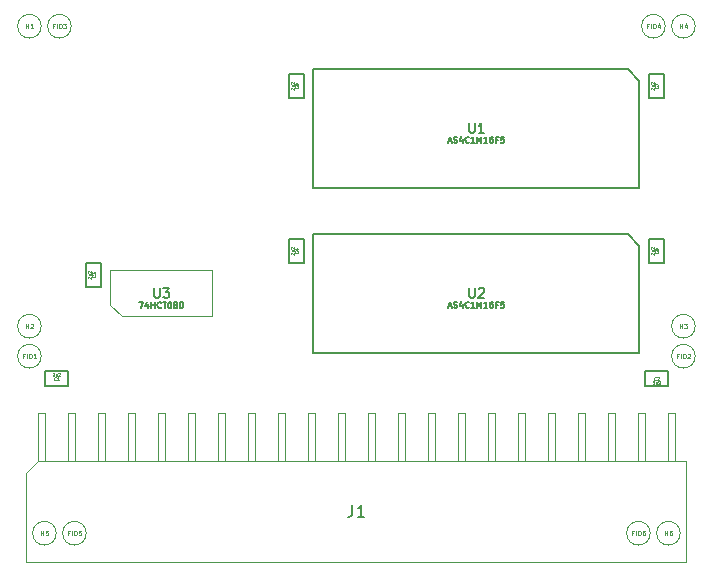
<source format=gbr>
G04 #@! TF.GenerationSoftware,KiCad,Pcbnew,(5.1.10-1-10_14)*
G04 #@! TF.CreationDate,2021-11-16T23:45:20-05:00*
G04 #@! TF.ProjectId,MacClassicRAMCard,4d616343-6c61-4737-9369-6352414d4361,rev?*
G04 #@! TF.SameCoordinates,Original*
G04 #@! TF.FileFunction,Other,Fab,Top*
%FSLAX46Y46*%
G04 Gerber Fmt 4.6, Leading zero omitted, Abs format (unit mm)*
G04 Created by KiCad (PCBNEW (5.1.10-1-10_14)) date 2021-11-16 23:45:20*
%MOMM*%
%LPD*%
G01*
G04 APERTURE LIST*
%ADD10C,0.100000*%
%ADD11C,0.150000*%
%ADD12C,0.063500*%
%ADD13C,0.203200*%
%ADD14C,0.127000*%
G04 APERTURE END LIST*
D10*
X92710000Y-128220000D02*
X92710000Y-135760000D01*
X147620000Y-123190000D02*
X147020000Y-123190000D01*
X147620000Y-127250000D02*
X147620000Y-123190000D01*
X147020000Y-123190000D02*
X147020000Y-127250000D01*
X145080000Y-123190000D02*
X144480000Y-123190000D01*
X145080000Y-127250000D02*
X145080000Y-123190000D01*
X144480000Y-123190000D02*
X144480000Y-127250000D01*
X142540000Y-123190000D02*
X141940000Y-123190000D01*
X142540000Y-127250000D02*
X142540000Y-123190000D01*
X141940000Y-123190000D02*
X141940000Y-127250000D01*
X140000000Y-123190000D02*
X139400000Y-123190000D01*
X140000000Y-127250000D02*
X140000000Y-123190000D01*
X139400000Y-123190000D02*
X139400000Y-127250000D01*
X137460000Y-123190000D02*
X136860000Y-123190000D01*
X137460000Y-127250000D02*
X137460000Y-123190000D01*
X136860000Y-123190000D02*
X136860000Y-127250000D01*
X134920000Y-123190000D02*
X134320000Y-123190000D01*
X134920000Y-127250000D02*
X134920000Y-123190000D01*
X134320000Y-123190000D02*
X134320000Y-127250000D01*
X132380000Y-123190000D02*
X131780000Y-123190000D01*
X132380000Y-127250000D02*
X132380000Y-123190000D01*
X131780000Y-123190000D02*
X131780000Y-127250000D01*
X129840000Y-123190000D02*
X129240000Y-123190000D01*
X129840000Y-127250000D02*
X129840000Y-123190000D01*
X129240000Y-123190000D02*
X129240000Y-127250000D01*
X127300000Y-123190000D02*
X126700000Y-123190000D01*
X127300000Y-127250000D02*
X127300000Y-123190000D01*
X126700000Y-123190000D02*
X126700000Y-127250000D01*
X124760000Y-123190000D02*
X124160000Y-123190000D01*
X124760000Y-127250000D02*
X124760000Y-123190000D01*
X124160000Y-123190000D02*
X124160000Y-127250000D01*
X122220000Y-123190000D02*
X121620000Y-123190000D01*
X122220000Y-127250000D02*
X122220000Y-123190000D01*
X121620000Y-123190000D02*
X121620000Y-127250000D01*
X119680000Y-123190000D02*
X119080000Y-123190000D01*
X119680000Y-127250000D02*
X119680000Y-123190000D01*
X119080000Y-123190000D02*
X119080000Y-127250000D01*
X117140000Y-123190000D02*
X116540000Y-123190000D01*
X117140000Y-127250000D02*
X117140000Y-123190000D01*
X116540000Y-123190000D02*
X116540000Y-127250000D01*
X114600000Y-123190000D02*
X114000000Y-123190000D01*
X114600000Y-127250000D02*
X114600000Y-123190000D01*
X114000000Y-123190000D02*
X114000000Y-127250000D01*
X112060000Y-123190000D02*
X111460000Y-123190000D01*
X112060000Y-127250000D02*
X112060000Y-123190000D01*
X111460000Y-123190000D02*
X111460000Y-127250000D01*
X109520000Y-123190000D02*
X108920000Y-123190000D01*
X109520000Y-127250000D02*
X109520000Y-123190000D01*
X108920000Y-123190000D02*
X108920000Y-127250000D01*
X106980000Y-123190000D02*
X106380000Y-123190000D01*
X106980000Y-127250000D02*
X106980000Y-123190000D01*
X106380000Y-123190000D02*
X106380000Y-127250000D01*
X104440000Y-123190000D02*
X103840000Y-123190000D01*
X104440000Y-127250000D02*
X104440000Y-123190000D01*
X103840000Y-123190000D02*
X103840000Y-127250000D01*
X101900000Y-123190000D02*
X101300000Y-123190000D01*
X101900000Y-127250000D02*
X101900000Y-123190000D01*
X101300000Y-123190000D02*
X101300000Y-127250000D01*
X99360000Y-123190000D02*
X98760000Y-123190000D01*
X99360000Y-127250000D02*
X99360000Y-123190000D01*
X98760000Y-123190000D02*
X98760000Y-127250000D01*
X96820000Y-123190000D02*
X96220000Y-123190000D01*
X96820000Y-127250000D02*
X96820000Y-123190000D01*
X96220000Y-123190000D02*
X96220000Y-127250000D01*
X94280000Y-123190000D02*
X93680000Y-123190000D01*
X94280000Y-127250000D02*
X94280000Y-123190000D01*
X93680000Y-123190000D02*
X93680000Y-127250000D01*
X148590000Y-135760000D02*
X92710000Y-135760000D01*
X148590000Y-127250000D02*
X148590000Y-135760000D01*
X93680000Y-127250000D02*
X148590000Y-127250000D01*
X92710000Y-128220000D02*
X93680000Y-127250000D01*
X149336000Y-118364000D02*
G75*
G03*
X149336000Y-118364000I-1000000J0D01*
G01*
X93964000Y-118364000D02*
G75*
G03*
X93964000Y-118364000I-1000000J0D01*
G01*
X145526000Y-133350000D02*
G75*
G03*
X145526000Y-133350000I-1000000J0D01*
G01*
X95234000Y-133350000D02*
G75*
G03*
X95234000Y-133350000I-1000000J0D01*
G01*
X148066000Y-133350000D02*
G75*
G03*
X148066000Y-133350000I-1000000J0D01*
G01*
X97774000Y-133350000D02*
G75*
G03*
X97774000Y-133350000I-1000000J0D01*
G01*
D11*
X114945000Y-108435000D02*
X116195000Y-108435000D01*
X116195000Y-108435000D02*
X116195000Y-110435000D01*
X116195000Y-110435000D02*
X114945000Y-110435000D01*
X114945000Y-110435000D02*
X114945000Y-108435000D01*
X145050000Y-120894000D02*
X145050000Y-119644000D01*
X145050000Y-119644000D02*
X147050000Y-119644000D01*
X147050000Y-119644000D02*
X147050000Y-120894000D01*
X147050000Y-120894000D02*
X145050000Y-120894000D01*
D10*
X93964000Y-90424000D02*
G75*
G03*
X93964000Y-90424000I-1000000J0D01*
G01*
X96504000Y-90424000D02*
G75*
G03*
X96504000Y-90424000I-1000000J0D01*
G01*
X146796000Y-90424000D02*
G75*
G03*
X146796000Y-90424000I-1000000J0D01*
G01*
X93964000Y-115824000D02*
G75*
G03*
X93964000Y-115824000I-1000000J0D01*
G01*
X149336000Y-115824000D02*
G75*
G03*
X149336000Y-115824000I-1000000J0D01*
G01*
X149336000Y-90424000D02*
G75*
G03*
X149336000Y-90424000I-1000000J0D01*
G01*
D11*
X145425000Y-94465000D02*
X146675000Y-94465000D01*
X146675000Y-94465000D02*
X146675000Y-96465000D01*
X146675000Y-96465000D02*
X145425000Y-96465000D01*
X145425000Y-96465000D02*
X145425000Y-94465000D01*
X114945000Y-94465000D02*
X116195000Y-94465000D01*
X116195000Y-94465000D02*
X116195000Y-96465000D01*
X116195000Y-96465000D02*
X114945000Y-96465000D01*
X114945000Y-96465000D02*
X114945000Y-94465000D01*
X145425000Y-110435000D02*
X145425000Y-108435000D01*
X146675000Y-110435000D02*
X145425000Y-110435000D01*
X146675000Y-108435000D02*
X146675000Y-110435000D01*
X145425000Y-108435000D02*
X146675000Y-108435000D01*
X97800000Y-112467000D02*
X97800000Y-110467000D01*
X99050000Y-112467000D02*
X97800000Y-112467000D01*
X99050000Y-110467000D02*
X99050000Y-112467000D01*
X97800000Y-110467000D02*
X99050000Y-110467000D01*
D10*
X100800000Y-114980000D02*
X99825000Y-114005000D01*
X108455000Y-114980000D02*
X100800000Y-114980000D01*
X108455000Y-111080000D02*
X108455000Y-114980000D01*
X99825000Y-111080000D02*
X108455000Y-111080000D01*
X99825000Y-114005000D02*
X99825000Y-111080000D01*
D11*
X94250000Y-119644000D02*
X96250000Y-119644000D01*
X94250000Y-120894000D02*
X94250000Y-119644000D01*
X96250000Y-120894000D02*
X94250000Y-120894000D01*
X96250000Y-119644000D02*
X96250000Y-120894000D01*
X143605000Y-94040000D02*
X144605000Y-95040000D01*
X143605000Y-94040000D02*
X117015000Y-94040000D01*
X117015000Y-104080000D02*
X117015000Y-94040000D01*
X144605000Y-104080000D02*
X117015000Y-104080000D01*
X144605000Y-95040000D02*
X144605000Y-104080000D01*
X144605000Y-109010000D02*
X144605000Y-118050000D01*
X144605000Y-118050000D02*
X117015000Y-118050000D01*
X117015000Y-118050000D02*
X117015000Y-108010000D01*
X143605000Y-108010000D02*
X117015000Y-108010000D01*
X143605000Y-108010000D02*
X144605000Y-109010000D01*
X120316666Y-130957380D02*
X120316666Y-131671666D01*
X120269047Y-131814523D01*
X120173809Y-131909761D01*
X120030952Y-131957380D01*
X119935714Y-131957380D01*
X121316666Y-131957380D02*
X120745238Y-131957380D01*
X121030952Y-131957380D02*
X121030952Y-130957380D01*
X120935714Y-131100238D01*
X120840476Y-131195476D01*
X120745238Y-131243095D01*
D10*
X147907428Y-118335428D02*
X147774095Y-118335428D01*
X147774095Y-118544952D02*
X147774095Y-118144952D01*
X147964571Y-118144952D01*
X148116952Y-118544952D02*
X148116952Y-118144952D01*
X148307428Y-118544952D02*
X148307428Y-118144952D01*
X148402666Y-118144952D01*
X148459809Y-118164000D01*
X148497904Y-118202095D01*
X148516952Y-118240190D01*
X148536000Y-118316380D01*
X148536000Y-118373523D01*
X148516952Y-118449714D01*
X148497904Y-118487809D01*
X148459809Y-118525904D01*
X148402666Y-118544952D01*
X148307428Y-118544952D01*
X148688380Y-118183047D02*
X148707428Y-118164000D01*
X148745523Y-118144952D01*
X148840761Y-118144952D01*
X148878857Y-118164000D01*
X148897904Y-118183047D01*
X148916952Y-118221142D01*
X148916952Y-118259238D01*
X148897904Y-118316380D01*
X148669333Y-118544952D01*
X148916952Y-118544952D01*
X92535428Y-118335428D02*
X92402095Y-118335428D01*
X92402095Y-118544952D02*
X92402095Y-118144952D01*
X92592571Y-118144952D01*
X92744952Y-118544952D02*
X92744952Y-118144952D01*
X92935428Y-118544952D02*
X92935428Y-118144952D01*
X93030666Y-118144952D01*
X93087809Y-118164000D01*
X93125904Y-118202095D01*
X93144952Y-118240190D01*
X93164000Y-118316380D01*
X93164000Y-118373523D01*
X93144952Y-118449714D01*
X93125904Y-118487809D01*
X93087809Y-118525904D01*
X93030666Y-118544952D01*
X92935428Y-118544952D01*
X93544952Y-118544952D02*
X93316380Y-118544952D01*
X93430666Y-118544952D02*
X93430666Y-118144952D01*
X93392571Y-118202095D01*
X93354476Y-118240190D01*
X93316380Y-118259238D01*
X144097428Y-133321428D02*
X143964095Y-133321428D01*
X143964095Y-133530952D02*
X143964095Y-133130952D01*
X144154571Y-133130952D01*
X144306952Y-133530952D02*
X144306952Y-133130952D01*
X144497428Y-133530952D02*
X144497428Y-133130952D01*
X144592666Y-133130952D01*
X144649809Y-133150000D01*
X144687904Y-133188095D01*
X144706952Y-133226190D01*
X144726000Y-133302380D01*
X144726000Y-133359523D01*
X144706952Y-133435714D01*
X144687904Y-133473809D01*
X144649809Y-133511904D01*
X144592666Y-133530952D01*
X144497428Y-133530952D01*
X145068857Y-133130952D02*
X144992666Y-133130952D01*
X144954571Y-133150000D01*
X144935523Y-133169047D01*
X144897428Y-133226190D01*
X144878380Y-133302380D01*
X144878380Y-133454761D01*
X144897428Y-133492857D01*
X144916476Y-133511904D01*
X144954571Y-133530952D01*
X145030761Y-133530952D01*
X145068857Y-133511904D01*
X145087904Y-133492857D01*
X145106952Y-133454761D01*
X145106952Y-133359523D01*
X145087904Y-133321428D01*
X145068857Y-133302380D01*
X145030761Y-133283333D01*
X144954571Y-133283333D01*
X144916476Y-133302380D01*
X144897428Y-133321428D01*
X144878380Y-133359523D01*
X93929238Y-133530952D02*
X93929238Y-133130952D01*
X93929238Y-133321428D02*
X94157809Y-133321428D01*
X94157809Y-133530952D02*
X94157809Y-133130952D01*
X94538761Y-133130952D02*
X94348285Y-133130952D01*
X94329238Y-133321428D01*
X94348285Y-133302380D01*
X94386380Y-133283333D01*
X94481619Y-133283333D01*
X94519714Y-133302380D01*
X94538761Y-133321428D01*
X94557809Y-133359523D01*
X94557809Y-133454761D01*
X94538761Y-133492857D01*
X94519714Y-133511904D01*
X94481619Y-133530952D01*
X94386380Y-133530952D01*
X94348285Y-133511904D01*
X94329238Y-133492857D01*
X146761238Y-133530952D02*
X146761238Y-133130952D01*
X146761238Y-133321428D02*
X146989809Y-133321428D01*
X146989809Y-133530952D02*
X146989809Y-133130952D01*
X147351714Y-133130952D02*
X147275523Y-133130952D01*
X147237428Y-133150000D01*
X147218380Y-133169047D01*
X147180285Y-133226190D01*
X147161238Y-133302380D01*
X147161238Y-133454761D01*
X147180285Y-133492857D01*
X147199333Y-133511904D01*
X147237428Y-133530952D01*
X147313619Y-133530952D01*
X147351714Y-133511904D01*
X147370761Y-133492857D01*
X147389809Y-133454761D01*
X147389809Y-133359523D01*
X147370761Y-133321428D01*
X147351714Y-133302380D01*
X147313619Y-133283333D01*
X147237428Y-133283333D01*
X147199333Y-133302380D01*
X147180285Y-133321428D01*
X147161238Y-133359523D01*
X96345428Y-133321428D02*
X96212095Y-133321428D01*
X96212095Y-133530952D02*
X96212095Y-133130952D01*
X96402571Y-133130952D01*
X96554952Y-133530952D02*
X96554952Y-133130952D01*
X96745428Y-133530952D02*
X96745428Y-133130952D01*
X96840666Y-133130952D01*
X96897809Y-133150000D01*
X96935904Y-133188095D01*
X96954952Y-133226190D01*
X96974000Y-133302380D01*
X96974000Y-133359523D01*
X96954952Y-133435714D01*
X96935904Y-133473809D01*
X96897809Y-133511904D01*
X96840666Y-133530952D01*
X96745428Y-133530952D01*
X97335904Y-133130952D02*
X97145428Y-133130952D01*
X97126380Y-133321428D01*
X97145428Y-133302380D01*
X97183523Y-133283333D01*
X97278761Y-133283333D01*
X97316857Y-133302380D01*
X97335904Y-133321428D01*
X97354952Y-133359523D01*
X97354952Y-133454761D01*
X97335904Y-133492857D01*
X97316857Y-133511904D01*
X97278761Y-133530952D01*
X97183523Y-133530952D01*
X97145428Y-133511904D01*
X97126380Y-133492857D01*
D12*
X115660714Y-109477333D02*
X115672809Y-109489428D01*
X115684904Y-109525714D01*
X115684904Y-109549904D01*
X115672809Y-109586190D01*
X115648619Y-109610380D01*
X115624428Y-109622476D01*
X115576047Y-109634571D01*
X115539761Y-109634571D01*
X115491380Y-109622476D01*
X115467190Y-109610380D01*
X115443000Y-109586190D01*
X115430904Y-109549904D01*
X115430904Y-109525714D01*
X115443000Y-109489428D01*
X115455095Y-109477333D01*
X115515571Y-109259619D02*
X115684904Y-109259619D01*
X115418809Y-109320095D02*
X115600238Y-109380571D01*
X115600238Y-109223333D01*
X115105095Y-109743428D02*
X115093000Y-109731333D01*
X115080904Y-109707142D01*
X115080904Y-109646666D01*
X115093000Y-109622476D01*
X115105095Y-109610380D01*
X115129285Y-109598285D01*
X115153476Y-109598285D01*
X115189761Y-109610380D01*
X115334904Y-109755523D01*
X115334904Y-109598285D01*
X115165571Y-109380571D02*
X115334904Y-109380571D01*
X115165571Y-109489428D02*
X115298619Y-109489428D01*
X115322809Y-109477333D01*
X115334904Y-109453142D01*
X115334904Y-109416857D01*
X115322809Y-109392666D01*
X115310714Y-109380571D01*
X115105095Y-109271714D02*
X115093000Y-109259619D01*
X115080904Y-109235428D01*
X115080904Y-109174952D01*
X115093000Y-109150761D01*
X115105095Y-109138666D01*
X115129285Y-109126571D01*
X115153476Y-109126571D01*
X115189761Y-109138666D01*
X115334904Y-109283809D01*
X115334904Y-109126571D01*
X146007666Y-120359714D02*
X145995571Y-120371809D01*
X145959285Y-120383904D01*
X145935095Y-120383904D01*
X145898809Y-120371809D01*
X145874619Y-120347619D01*
X145862523Y-120323428D01*
X145850428Y-120275047D01*
X145850428Y-120238761D01*
X145862523Y-120190380D01*
X145874619Y-120166190D01*
X145898809Y-120142000D01*
X145935095Y-120129904D01*
X145959285Y-120129904D01*
X145995571Y-120142000D01*
X146007666Y-120154095D01*
X146104428Y-120154095D02*
X146116523Y-120142000D01*
X146140714Y-120129904D01*
X146201190Y-120129904D01*
X146225380Y-120142000D01*
X146237476Y-120154095D01*
X146249571Y-120178285D01*
X146249571Y-120202476D01*
X146237476Y-120238761D01*
X146092333Y-120383904D01*
X146249571Y-120383904D01*
X145741571Y-120504095D02*
X145753666Y-120492000D01*
X145777857Y-120479904D01*
X145838333Y-120479904D01*
X145862523Y-120492000D01*
X145874619Y-120504095D01*
X145886714Y-120528285D01*
X145886714Y-120552476D01*
X145874619Y-120588761D01*
X145729476Y-120733904D01*
X145886714Y-120733904D01*
X146104428Y-120564571D02*
X146104428Y-120733904D01*
X145995571Y-120564571D02*
X145995571Y-120697619D01*
X146007666Y-120721809D01*
X146031857Y-120733904D01*
X146068142Y-120733904D01*
X146092333Y-120721809D01*
X146104428Y-120709714D01*
X146213285Y-120504095D02*
X146225380Y-120492000D01*
X146249571Y-120479904D01*
X146310047Y-120479904D01*
X146334238Y-120492000D01*
X146346333Y-120504095D01*
X146358428Y-120528285D01*
X146358428Y-120552476D01*
X146346333Y-120588761D01*
X146201190Y-120733904D01*
X146358428Y-120733904D01*
D10*
X92659238Y-90604952D02*
X92659238Y-90204952D01*
X92659238Y-90395428D02*
X92887809Y-90395428D01*
X92887809Y-90604952D02*
X92887809Y-90204952D01*
X93287809Y-90604952D02*
X93059238Y-90604952D01*
X93173523Y-90604952D02*
X93173523Y-90204952D01*
X93135428Y-90262095D01*
X93097333Y-90300190D01*
X93059238Y-90319238D01*
X95075428Y-90395428D02*
X94942095Y-90395428D01*
X94942095Y-90604952D02*
X94942095Y-90204952D01*
X95132571Y-90204952D01*
X95284952Y-90604952D02*
X95284952Y-90204952D01*
X95475428Y-90604952D02*
X95475428Y-90204952D01*
X95570666Y-90204952D01*
X95627809Y-90224000D01*
X95665904Y-90262095D01*
X95684952Y-90300190D01*
X95704000Y-90376380D01*
X95704000Y-90433523D01*
X95684952Y-90509714D01*
X95665904Y-90547809D01*
X95627809Y-90585904D01*
X95570666Y-90604952D01*
X95475428Y-90604952D01*
X95837333Y-90204952D02*
X96084952Y-90204952D01*
X95951619Y-90357333D01*
X96008761Y-90357333D01*
X96046857Y-90376380D01*
X96065904Y-90395428D01*
X96084952Y-90433523D01*
X96084952Y-90528761D01*
X96065904Y-90566857D01*
X96046857Y-90585904D01*
X96008761Y-90604952D01*
X95894476Y-90604952D01*
X95856380Y-90585904D01*
X95837333Y-90566857D01*
X145367428Y-90395428D02*
X145234095Y-90395428D01*
X145234095Y-90604952D02*
X145234095Y-90204952D01*
X145424571Y-90204952D01*
X145576952Y-90604952D02*
X145576952Y-90204952D01*
X145767428Y-90604952D02*
X145767428Y-90204952D01*
X145862666Y-90204952D01*
X145919809Y-90224000D01*
X145957904Y-90262095D01*
X145976952Y-90300190D01*
X145996000Y-90376380D01*
X145996000Y-90433523D01*
X145976952Y-90509714D01*
X145957904Y-90547809D01*
X145919809Y-90585904D01*
X145862666Y-90604952D01*
X145767428Y-90604952D01*
X146338857Y-90338285D02*
X146338857Y-90604952D01*
X146243619Y-90185904D02*
X146148380Y-90471619D01*
X146396000Y-90471619D01*
X92659238Y-116004952D02*
X92659238Y-115604952D01*
X92659238Y-115795428D02*
X92887809Y-115795428D01*
X92887809Y-116004952D02*
X92887809Y-115604952D01*
X93059238Y-115643047D02*
X93078285Y-115624000D01*
X93116380Y-115604952D01*
X93211619Y-115604952D01*
X93249714Y-115624000D01*
X93268761Y-115643047D01*
X93287809Y-115681142D01*
X93287809Y-115719238D01*
X93268761Y-115776380D01*
X93040190Y-116004952D01*
X93287809Y-116004952D01*
X148031238Y-116004952D02*
X148031238Y-115604952D01*
X148031238Y-115795428D02*
X148259809Y-115795428D01*
X148259809Y-116004952D02*
X148259809Y-115604952D01*
X148412190Y-115604952D02*
X148659809Y-115604952D01*
X148526476Y-115757333D01*
X148583619Y-115757333D01*
X148621714Y-115776380D01*
X148640761Y-115795428D01*
X148659809Y-115833523D01*
X148659809Y-115928761D01*
X148640761Y-115966857D01*
X148621714Y-115985904D01*
X148583619Y-116004952D01*
X148469333Y-116004952D01*
X148431238Y-115985904D01*
X148412190Y-115966857D01*
X148031238Y-90604952D02*
X148031238Y-90204952D01*
X148031238Y-90395428D02*
X148259809Y-90395428D01*
X148259809Y-90604952D02*
X148259809Y-90204952D01*
X148621714Y-90338285D02*
X148621714Y-90604952D01*
X148526476Y-90185904D02*
X148431238Y-90471619D01*
X148678857Y-90471619D01*
D12*
X146140714Y-95507333D02*
X146152809Y-95519428D01*
X146164904Y-95555714D01*
X146164904Y-95579904D01*
X146152809Y-95616190D01*
X146128619Y-95640380D01*
X146104428Y-95652476D01*
X146056047Y-95664571D01*
X146019761Y-95664571D01*
X145971380Y-95652476D01*
X145947190Y-95640380D01*
X145923000Y-95616190D01*
X145910904Y-95579904D01*
X145910904Y-95555714D01*
X145923000Y-95519428D01*
X145935095Y-95507333D01*
X145910904Y-95422666D02*
X145910904Y-95253333D01*
X146164904Y-95362190D01*
X145585095Y-95773428D02*
X145573000Y-95761333D01*
X145560904Y-95737142D01*
X145560904Y-95676666D01*
X145573000Y-95652476D01*
X145585095Y-95640380D01*
X145609285Y-95628285D01*
X145633476Y-95628285D01*
X145669761Y-95640380D01*
X145814904Y-95785523D01*
X145814904Y-95628285D01*
X145645571Y-95410571D02*
X145814904Y-95410571D01*
X145645571Y-95519428D02*
X145778619Y-95519428D01*
X145802809Y-95507333D01*
X145814904Y-95483142D01*
X145814904Y-95446857D01*
X145802809Y-95422666D01*
X145790714Y-95410571D01*
X145585095Y-95301714D02*
X145573000Y-95289619D01*
X145560904Y-95265428D01*
X145560904Y-95204952D01*
X145573000Y-95180761D01*
X145585095Y-95168666D01*
X145609285Y-95156571D01*
X145633476Y-95156571D01*
X145669761Y-95168666D01*
X145814904Y-95313809D01*
X145814904Y-95156571D01*
X115660714Y-95507333D02*
X115672809Y-95519428D01*
X115684904Y-95555714D01*
X115684904Y-95579904D01*
X115672809Y-95616190D01*
X115648619Y-95640380D01*
X115624428Y-95652476D01*
X115576047Y-95664571D01*
X115539761Y-95664571D01*
X115491380Y-95652476D01*
X115467190Y-95640380D01*
X115443000Y-95616190D01*
X115430904Y-95579904D01*
X115430904Y-95555714D01*
X115443000Y-95519428D01*
X115455095Y-95507333D01*
X115430904Y-95289619D02*
X115430904Y-95338000D01*
X115443000Y-95362190D01*
X115455095Y-95374285D01*
X115491380Y-95398476D01*
X115539761Y-95410571D01*
X115636523Y-95410571D01*
X115660714Y-95398476D01*
X115672809Y-95386380D01*
X115684904Y-95362190D01*
X115684904Y-95313809D01*
X115672809Y-95289619D01*
X115660714Y-95277523D01*
X115636523Y-95265428D01*
X115576047Y-95265428D01*
X115551857Y-95277523D01*
X115539761Y-95289619D01*
X115527666Y-95313809D01*
X115527666Y-95362190D01*
X115539761Y-95386380D01*
X115551857Y-95398476D01*
X115576047Y-95410571D01*
X115105095Y-95773428D02*
X115093000Y-95761333D01*
X115080904Y-95737142D01*
X115080904Y-95676666D01*
X115093000Y-95652476D01*
X115105095Y-95640380D01*
X115129285Y-95628285D01*
X115153476Y-95628285D01*
X115189761Y-95640380D01*
X115334904Y-95785523D01*
X115334904Y-95628285D01*
X115165571Y-95410571D02*
X115334904Y-95410571D01*
X115165571Y-95519428D02*
X115298619Y-95519428D01*
X115322809Y-95507333D01*
X115334904Y-95483142D01*
X115334904Y-95446857D01*
X115322809Y-95422666D01*
X115310714Y-95410571D01*
X115105095Y-95301714D02*
X115093000Y-95289619D01*
X115080904Y-95265428D01*
X115080904Y-95204952D01*
X115093000Y-95180761D01*
X115105095Y-95168666D01*
X115129285Y-95156571D01*
X115153476Y-95156571D01*
X115189761Y-95168666D01*
X115334904Y-95313809D01*
X115334904Y-95156571D01*
X146140714Y-109477333D02*
X146152809Y-109489428D01*
X146164904Y-109525714D01*
X146164904Y-109549904D01*
X146152809Y-109586190D01*
X146128619Y-109610380D01*
X146104428Y-109622476D01*
X146056047Y-109634571D01*
X146019761Y-109634571D01*
X145971380Y-109622476D01*
X145947190Y-109610380D01*
X145923000Y-109586190D01*
X145910904Y-109549904D01*
X145910904Y-109525714D01*
X145923000Y-109489428D01*
X145935095Y-109477333D01*
X145910904Y-109247523D02*
X145910904Y-109368476D01*
X146031857Y-109380571D01*
X146019761Y-109368476D01*
X146007666Y-109344285D01*
X146007666Y-109283809D01*
X146019761Y-109259619D01*
X146031857Y-109247523D01*
X146056047Y-109235428D01*
X146116523Y-109235428D01*
X146140714Y-109247523D01*
X146152809Y-109259619D01*
X146164904Y-109283809D01*
X146164904Y-109344285D01*
X146152809Y-109368476D01*
X146140714Y-109380571D01*
X145585095Y-109743428D02*
X145573000Y-109731333D01*
X145560904Y-109707142D01*
X145560904Y-109646666D01*
X145573000Y-109622476D01*
X145585095Y-109610380D01*
X145609285Y-109598285D01*
X145633476Y-109598285D01*
X145669761Y-109610380D01*
X145814904Y-109755523D01*
X145814904Y-109598285D01*
X145645571Y-109380571D02*
X145814904Y-109380571D01*
X145645571Y-109489428D02*
X145778619Y-109489428D01*
X145802809Y-109477333D01*
X145814904Y-109453142D01*
X145814904Y-109416857D01*
X145802809Y-109392666D01*
X145790714Y-109380571D01*
X145585095Y-109271714D02*
X145573000Y-109259619D01*
X145560904Y-109235428D01*
X145560904Y-109174952D01*
X145573000Y-109150761D01*
X145585095Y-109138666D01*
X145609285Y-109126571D01*
X145633476Y-109126571D01*
X145669761Y-109138666D01*
X145814904Y-109283809D01*
X145814904Y-109126571D01*
X98515714Y-111509333D02*
X98527809Y-111521428D01*
X98539904Y-111557714D01*
X98539904Y-111581904D01*
X98527809Y-111618190D01*
X98503619Y-111642380D01*
X98479428Y-111654476D01*
X98431047Y-111666571D01*
X98394761Y-111666571D01*
X98346380Y-111654476D01*
X98322190Y-111642380D01*
X98298000Y-111618190D01*
X98285904Y-111581904D01*
X98285904Y-111557714D01*
X98298000Y-111521428D01*
X98310095Y-111509333D01*
X98285904Y-111424666D02*
X98285904Y-111267428D01*
X98382666Y-111352095D01*
X98382666Y-111315809D01*
X98394761Y-111291619D01*
X98406857Y-111279523D01*
X98431047Y-111267428D01*
X98491523Y-111267428D01*
X98515714Y-111279523D01*
X98527809Y-111291619D01*
X98539904Y-111315809D01*
X98539904Y-111388380D01*
X98527809Y-111412571D01*
X98515714Y-111424666D01*
X97960095Y-111775428D02*
X97948000Y-111763333D01*
X97935904Y-111739142D01*
X97935904Y-111678666D01*
X97948000Y-111654476D01*
X97960095Y-111642380D01*
X97984285Y-111630285D01*
X98008476Y-111630285D01*
X98044761Y-111642380D01*
X98189904Y-111787523D01*
X98189904Y-111630285D01*
X98020571Y-111412571D02*
X98189904Y-111412571D01*
X98020571Y-111521428D02*
X98153619Y-111521428D01*
X98177809Y-111509333D01*
X98189904Y-111485142D01*
X98189904Y-111448857D01*
X98177809Y-111424666D01*
X98165714Y-111412571D01*
X97960095Y-111303714D02*
X97948000Y-111291619D01*
X97935904Y-111267428D01*
X97935904Y-111206952D01*
X97948000Y-111182761D01*
X97960095Y-111170666D01*
X97984285Y-111158571D01*
X98008476Y-111158571D01*
X98044761Y-111170666D01*
X98189904Y-111315809D01*
X98189904Y-111158571D01*
D13*
X103520723Y-112584895D02*
X103520723Y-113242876D01*
X103559428Y-113320285D01*
X103598133Y-113358990D01*
X103675542Y-113397695D01*
X103830361Y-113397695D01*
X103907771Y-113358990D01*
X103946476Y-113320285D01*
X103985180Y-113242876D01*
X103985180Y-112584895D01*
X104294819Y-112584895D02*
X104797980Y-112584895D01*
X104527047Y-112894533D01*
X104643161Y-112894533D01*
X104720571Y-112933238D01*
X104759276Y-112971942D01*
X104797980Y-113049352D01*
X104797980Y-113242876D01*
X104759276Y-113320285D01*
X104720571Y-113358990D01*
X104643161Y-113397695D01*
X104410933Y-113397695D01*
X104333523Y-113358990D01*
X104294819Y-113320285D01*
D14*
X102277333Y-113767809D02*
X102616000Y-113767809D01*
X102398285Y-114275809D01*
X103027238Y-113937142D02*
X103027238Y-114275809D01*
X102906285Y-113743619D02*
X102785333Y-114106476D01*
X103099809Y-114106476D01*
X103293333Y-114275809D02*
X103293333Y-113767809D01*
X103293333Y-114009714D02*
X103583619Y-114009714D01*
X103583619Y-114275809D02*
X103583619Y-113767809D01*
X104115809Y-114227428D02*
X104091619Y-114251619D01*
X104019047Y-114275809D01*
X103970666Y-114275809D01*
X103898095Y-114251619D01*
X103849714Y-114203238D01*
X103825523Y-114154857D01*
X103801333Y-114058095D01*
X103801333Y-113985523D01*
X103825523Y-113888761D01*
X103849714Y-113840380D01*
X103898095Y-113792000D01*
X103970666Y-113767809D01*
X104019047Y-113767809D01*
X104091619Y-113792000D01*
X104115809Y-113816190D01*
X104260952Y-113767809D02*
X104551238Y-113767809D01*
X104406095Y-114275809D02*
X104406095Y-113767809D01*
X104817333Y-113767809D02*
X104865714Y-113767809D01*
X104914095Y-113792000D01*
X104938285Y-113816190D01*
X104962476Y-113864571D01*
X104986666Y-113961333D01*
X104986666Y-114082285D01*
X104962476Y-114179047D01*
X104938285Y-114227428D01*
X104914095Y-114251619D01*
X104865714Y-114275809D01*
X104817333Y-114275809D01*
X104768952Y-114251619D01*
X104744761Y-114227428D01*
X104720571Y-114179047D01*
X104696380Y-114082285D01*
X104696380Y-113961333D01*
X104720571Y-113864571D01*
X104744761Y-113816190D01*
X104768952Y-113792000D01*
X104817333Y-113767809D01*
X105276952Y-113985523D02*
X105228571Y-113961333D01*
X105204380Y-113937142D01*
X105180190Y-113888761D01*
X105180190Y-113864571D01*
X105204380Y-113816190D01*
X105228571Y-113792000D01*
X105276952Y-113767809D01*
X105373714Y-113767809D01*
X105422095Y-113792000D01*
X105446285Y-113816190D01*
X105470476Y-113864571D01*
X105470476Y-113888761D01*
X105446285Y-113937142D01*
X105422095Y-113961333D01*
X105373714Y-113985523D01*
X105276952Y-113985523D01*
X105228571Y-114009714D01*
X105204380Y-114033904D01*
X105180190Y-114082285D01*
X105180190Y-114179047D01*
X105204380Y-114227428D01*
X105228571Y-114251619D01*
X105276952Y-114275809D01*
X105373714Y-114275809D01*
X105422095Y-114251619D01*
X105446285Y-114227428D01*
X105470476Y-114179047D01*
X105470476Y-114082285D01*
X105446285Y-114033904D01*
X105422095Y-114009714D01*
X105373714Y-113985523D01*
X105688190Y-114275809D02*
X105688190Y-113767809D01*
X105809142Y-113767809D01*
X105881714Y-113792000D01*
X105930095Y-113840380D01*
X105954285Y-113888761D01*
X105978476Y-113985523D01*
X105978476Y-114058095D01*
X105954285Y-114154857D01*
X105930095Y-114203238D01*
X105881714Y-114251619D01*
X105809142Y-114275809D01*
X105688190Y-114275809D01*
D12*
X95207666Y-120359714D02*
X95195571Y-120371809D01*
X95159285Y-120383904D01*
X95135095Y-120383904D01*
X95098809Y-120371809D01*
X95074619Y-120347619D01*
X95062523Y-120323428D01*
X95050428Y-120275047D01*
X95050428Y-120238761D01*
X95062523Y-120190380D01*
X95074619Y-120166190D01*
X95098809Y-120142000D01*
X95135095Y-120129904D01*
X95159285Y-120129904D01*
X95195571Y-120142000D01*
X95207666Y-120154095D01*
X95449571Y-120383904D02*
X95304428Y-120383904D01*
X95377000Y-120383904D02*
X95377000Y-120129904D01*
X95352809Y-120166190D01*
X95328619Y-120190380D01*
X95304428Y-120202476D01*
X94941571Y-119804095D02*
X94953666Y-119792000D01*
X94977857Y-119779904D01*
X95038333Y-119779904D01*
X95062523Y-119792000D01*
X95074619Y-119804095D01*
X95086714Y-119828285D01*
X95086714Y-119852476D01*
X95074619Y-119888761D01*
X94929476Y-120033904D01*
X95086714Y-120033904D01*
X95304428Y-119864571D02*
X95304428Y-120033904D01*
X95195571Y-119864571D02*
X95195571Y-119997619D01*
X95207666Y-120021809D01*
X95231857Y-120033904D01*
X95268142Y-120033904D01*
X95292333Y-120021809D01*
X95304428Y-120009714D01*
X95413285Y-119804095D02*
X95425380Y-119792000D01*
X95449571Y-119779904D01*
X95510047Y-119779904D01*
X95534238Y-119792000D01*
X95546333Y-119804095D01*
X95558428Y-119828285D01*
X95558428Y-119852476D01*
X95546333Y-119888761D01*
X95401190Y-120033904D01*
X95558428Y-120033904D01*
D13*
X130190723Y-98614895D02*
X130190723Y-99272876D01*
X130229428Y-99350285D01*
X130268133Y-99388990D01*
X130345542Y-99427695D01*
X130500361Y-99427695D01*
X130577771Y-99388990D01*
X130616476Y-99350285D01*
X130655180Y-99272876D01*
X130655180Y-98614895D01*
X131467980Y-99427695D02*
X131003523Y-99427695D01*
X131235752Y-99427695D02*
X131235752Y-98614895D01*
X131158342Y-98731009D01*
X131080933Y-98808419D01*
X131003523Y-98847123D01*
D14*
X128475619Y-100144666D02*
X128717523Y-100144666D01*
X128427238Y-100289809D02*
X128596571Y-99781809D01*
X128765904Y-100289809D01*
X128911047Y-100265619D02*
X128983619Y-100289809D01*
X129104571Y-100289809D01*
X129152952Y-100265619D01*
X129177142Y-100241428D01*
X129201333Y-100193047D01*
X129201333Y-100144666D01*
X129177142Y-100096285D01*
X129152952Y-100072095D01*
X129104571Y-100047904D01*
X129007809Y-100023714D01*
X128959428Y-99999523D01*
X128935238Y-99975333D01*
X128911047Y-99926952D01*
X128911047Y-99878571D01*
X128935238Y-99830190D01*
X128959428Y-99806000D01*
X129007809Y-99781809D01*
X129128761Y-99781809D01*
X129201333Y-99806000D01*
X129636761Y-99951142D02*
X129636761Y-100289809D01*
X129515809Y-99757619D02*
X129394857Y-100120476D01*
X129709333Y-100120476D01*
X130193142Y-100241428D02*
X130168952Y-100265619D01*
X130096380Y-100289809D01*
X130048000Y-100289809D01*
X129975428Y-100265619D01*
X129927047Y-100217238D01*
X129902857Y-100168857D01*
X129878666Y-100072095D01*
X129878666Y-99999523D01*
X129902857Y-99902761D01*
X129927047Y-99854380D01*
X129975428Y-99806000D01*
X130048000Y-99781809D01*
X130096380Y-99781809D01*
X130168952Y-99806000D01*
X130193142Y-99830190D01*
X130676952Y-100289809D02*
X130386666Y-100289809D01*
X130531809Y-100289809D02*
X130531809Y-99781809D01*
X130483428Y-99854380D01*
X130435047Y-99902761D01*
X130386666Y-99926952D01*
X130894666Y-100289809D02*
X130894666Y-99781809D01*
X131064000Y-100144666D01*
X131233333Y-99781809D01*
X131233333Y-100289809D01*
X131741333Y-100289809D02*
X131451047Y-100289809D01*
X131596190Y-100289809D02*
X131596190Y-99781809D01*
X131547809Y-99854380D01*
X131499428Y-99902761D01*
X131451047Y-99926952D01*
X132176761Y-99781809D02*
X132080000Y-99781809D01*
X132031619Y-99806000D01*
X132007428Y-99830190D01*
X131959047Y-99902761D01*
X131934857Y-99999523D01*
X131934857Y-100193047D01*
X131959047Y-100241428D01*
X131983238Y-100265619D01*
X132031619Y-100289809D01*
X132128380Y-100289809D01*
X132176761Y-100265619D01*
X132200952Y-100241428D01*
X132225142Y-100193047D01*
X132225142Y-100072095D01*
X132200952Y-100023714D01*
X132176761Y-99999523D01*
X132128380Y-99975333D01*
X132031619Y-99975333D01*
X131983238Y-99999523D01*
X131959047Y-100023714D01*
X131934857Y-100072095D01*
X132612190Y-100023714D02*
X132442857Y-100023714D01*
X132442857Y-100289809D02*
X132442857Y-99781809D01*
X132684761Y-99781809D01*
X133120190Y-99781809D02*
X132878285Y-99781809D01*
X132854095Y-100023714D01*
X132878285Y-99999523D01*
X132926666Y-99975333D01*
X133047619Y-99975333D01*
X133096000Y-99999523D01*
X133120190Y-100023714D01*
X133144380Y-100072095D01*
X133144380Y-100193047D01*
X133120190Y-100241428D01*
X133096000Y-100265619D01*
X133047619Y-100289809D01*
X132926666Y-100289809D01*
X132878285Y-100265619D01*
X132854095Y-100241428D01*
D13*
X130190723Y-112584895D02*
X130190723Y-113242876D01*
X130229428Y-113320285D01*
X130268133Y-113358990D01*
X130345542Y-113397695D01*
X130500361Y-113397695D01*
X130577771Y-113358990D01*
X130616476Y-113320285D01*
X130655180Y-113242876D01*
X130655180Y-112584895D01*
X131003523Y-112662304D02*
X131042228Y-112623600D01*
X131119638Y-112584895D01*
X131313161Y-112584895D01*
X131390571Y-112623600D01*
X131429276Y-112662304D01*
X131467980Y-112739714D01*
X131467980Y-112817123D01*
X131429276Y-112933238D01*
X130964819Y-113397695D01*
X131467980Y-113397695D01*
D14*
X128475619Y-114114666D02*
X128717523Y-114114666D01*
X128427238Y-114259809D02*
X128596571Y-113751809D01*
X128765904Y-114259809D01*
X128911047Y-114235619D02*
X128983619Y-114259809D01*
X129104571Y-114259809D01*
X129152952Y-114235619D01*
X129177142Y-114211428D01*
X129201333Y-114163047D01*
X129201333Y-114114666D01*
X129177142Y-114066285D01*
X129152952Y-114042095D01*
X129104571Y-114017904D01*
X129007809Y-113993714D01*
X128959428Y-113969523D01*
X128935238Y-113945333D01*
X128911047Y-113896952D01*
X128911047Y-113848571D01*
X128935238Y-113800190D01*
X128959428Y-113776000D01*
X129007809Y-113751809D01*
X129128761Y-113751809D01*
X129201333Y-113776000D01*
X129636761Y-113921142D02*
X129636761Y-114259809D01*
X129515809Y-113727619D02*
X129394857Y-114090476D01*
X129709333Y-114090476D01*
X130193142Y-114211428D02*
X130168952Y-114235619D01*
X130096380Y-114259809D01*
X130048000Y-114259809D01*
X129975428Y-114235619D01*
X129927047Y-114187238D01*
X129902857Y-114138857D01*
X129878666Y-114042095D01*
X129878666Y-113969523D01*
X129902857Y-113872761D01*
X129927047Y-113824380D01*
X129975428Y-113776000D01*
X130048000Y-113751809D01*
X130096380Y-113751809D01*
X130168952Y-113776000D01*
X130193142Y-113800190D01*
X130676952Y-114259809D02*
X130386666Y-114259809D01*
X130531809Y-114259809D02*
X130531809Y-113751809D01*
X130483428Y-113824380D01*
X130435047Y-113872761D01*
X130386666Y-113896952D01*
X130894666Y-114259809D02*
X130894666Y-113751809D01*
X131064000Y-114114666D01*
X131233333Y-113751809D01*
X131233333Y-114259809D01*
X131741333Y-114259809D02*
X131451047Y-114259809D01*
X131596190Y-114259809D02*
X131596190Y-113751809D01*
X131547809Y-113824380D01*
X131499428Y-113872761D01*
X131451047Y-113896952D01*
X132176761Y-113751809D02*
X132080000Y-113751809D01*
X132031619Y-113776000D01*
X132007428Y-113800190D01*
X131959047Y-113872761D01*
X131934857Y-113969523D01*
X131934857Y-114163047D01*
X131959047Y-114211428D01*
X131983238Y-114235619D01*
X132031619Y-114259809D01*
X132128380Y-114259809D01*
X132176761Y-114235619D01*
X132200952Y-114211428D01*
X132225142Y-114163047D01*
X132225142Y-114042095D01*
X132200952Y-113993714D01*
X132176761Y-113969523D01*
X132128380Y-113945333D01*
X132031619Y-113945333D01*
X131983238Y-113969523D01*
X131959047Y-113993714D01*
X131934857Y-114042095D01*
X132612190Y-113993714D02*
X132442857Y-113993714D01*
X132442857Y-114259809D02*
X132442857Y-113751809D01*
X132684761Y-113751809D01*
X133120190Y-113751809D02*
X132878285Y-113751809D01*
X132854095Y-113993714D01*
X132878285Y-113969523D01*
X132926666Y-113945333D01*
X133047619Y-113945333D01*
X133096000Y-113969523D01*
X133120190Y-113993714D01*
X133144380Y-114042095D01*
X133144380Y-114163047D01*
X133120190Y-114211428D01*
X133096000Y-114235619D01*
X133047619Y-114259809D01*
X132926666Y-114259809D01*
X132878285Y-114235619D01*
X132854095Y-114211428D01*
M02*

</source>
